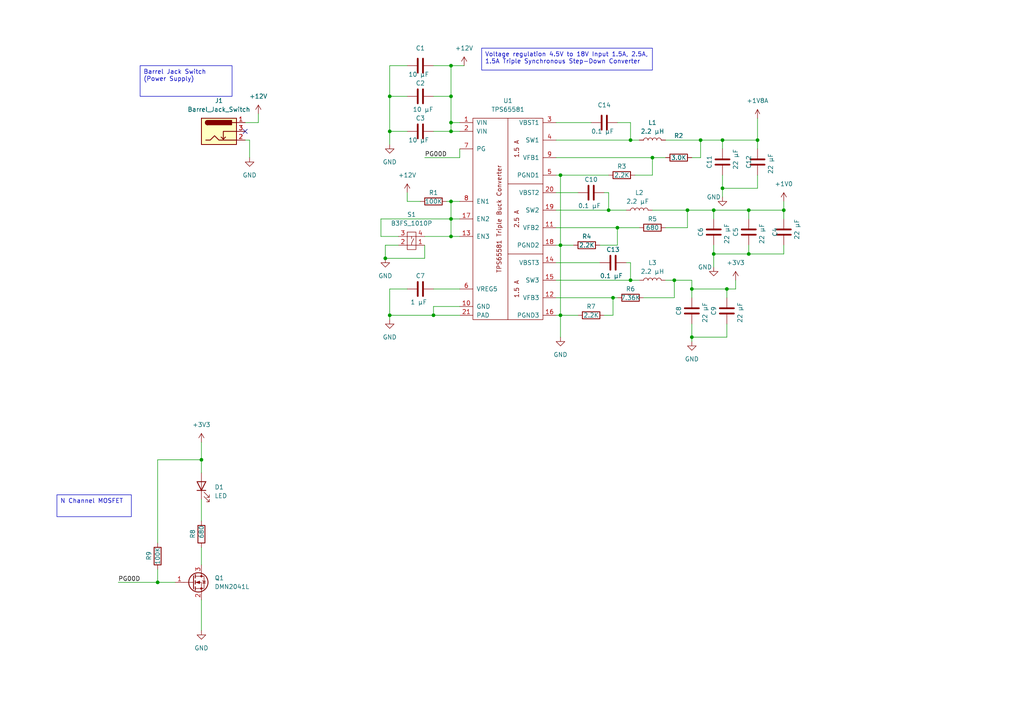
<source format=kicad_sch>
(kicad_sch (version 20230121) (generator eeschema)
  (paper "A4")
  (title_block (title "Power Supply Schematic"))
  (lib_symbols
    (symbol "Connector:Barrel_Jack_Switch" (pin_names hide)
      (property "Reference" "J" (at 0 5.334 0))
      (property "Value" "Barrel_Jack_Switch" (at 0 -5.08 0))
      (symbol "Barrel_Jack_Switch_0_1"
        (rectangle (start -5.08 3.81) (end 5.08 -3.81) (stroke (width 0.254)) (fill (type background)))
        (arc (start -3.302 3.175) (mid -3.9343 2.54) (end -3.302 1.905) (stroke (width 0.254)))
        (arc (start -3.302 3.175) (mid -3.9343 2.54) (end -3.302 1.905) (stroke (width 0.254)) (fill (type outline)))
        (polyline (pts (xy 1.27 -2.286) (xy 1.905 -1.651)) (stroke (width 0.254)))
        (polyline (pts (xy 5.08 2.54) (xy 3.81 2.54)) (stroke (width 0.254)))
        (polyline (pts (xy 5.08 0) (xy 1.27 0) (xy 1.27 -2.286) (xy 0.635 -1.651)) (stroke (width 0.254)))
        (polyline (pts (xy -3.81 -2.54) (xy -2.54 -2.54) (xy -1.27 -1.27) (xy 0 -2.54) (xy 2.54 -2.54) (xy 5.08 -2.54)) (stroke (width 0.254)))
        (rectangle (start 3.683 3.175) (end -3.302 1.905) (stroke (width 0.254)) (fill (type outline)))
      )
      (symbol "Barrel_Jack_Switch_1_1"
        (pin passive line (at 7.62 2.54 180) (length 2.54) (name "~") (number "1"))
        (pin passive line (at 7.62 -2.54 180) (length 2.54) (name "~") (number "2"))
        (pin passive line (at 7.62 0 180) (length 2.54) (name "~") (number "3"))
      )
    )
    (symbol "Device:C" (pin_numbers hide) (pin_names (offset 0.254))
      (property "Reference" "C" (at 0.635 2.54 0))
      (property "Value" "C" (at 0.635 -2.54 0))
      (symbol "C_0_1"
        (polyline (pts (xy -2.032 -0.762) (xy 2.032 -0.762)) (stroke (width 0.508)))
        (polyline (pts (xy -2.032 0.762) (xy 2.032 0.762)) (stroke (width 0.508)))
      )
      (symbol "C_1_1"
        (pin passive line (at 0 3.81 270) (length 2.794) (name "~") (number "1"))
        (pin passive line (at 0 -3.81 90) (length 2.794) (name "~") (number "2"))
      )
    )
    (symbol "Device:L" (pin_numbers hide) (pin_names (offset 1.016) hide)
      (property "Reference" "L" (at -1.27 0 90))
      (property "Value" "L" (at 1.905 0 90))
      (symbol "L_0_1"
        (arc (start 0 -2.54) (mid 0.6323 -1.905) (end 0 -1.27))
        (arc (start 0 -1.27) (mid 0.6323 -0.635) (end 0 0))
        (arc (start 0 0) (mid 0.6323 0.635) (end 0 1.27))
        (arc (start 0 1.27) (mid 0.6323 1.905) (end 0 2.54))
      )
      (symbol "L_1_1"
        (pin passive line (at 0 3.81 270) (length 1.27) (name "1") (number "1"))
        (pin passive line (at 0 -3.81 90) (length 1.27) (name "2") (number "2"))
      )
    )
    (symbol "Device:LED" (pin_numbers hide) (pin_names (offset 1.016) hide)
      (property "Reference" "D" (at 0 2.54 0))
      (property "Value" "LED" (at 0 -2.54 0))
      (symbol "LED_0_1"
        (polyline (pts (xy -1.27 -1.27) (xy -1.27 1.27)) (stroke (width 0.254)))
        (polyline (pts (xy -1.27 0) (xy 1.27 0)))
        (polyline (pts (xy 1.27 -1.27) (xy 1.27 1.27) (xy -1.27 0) (xy 1.27 -1.27)) (stroke (width 0.254)))
        (polyline (pts (xy -3.048 -0.762) (xy -4.572 -2.286) (xy -3.81 -2.286) (xy -4.572 -2.286) (xy -4.572 -1.524)))
        (polyline (pts (xy -1.778 -0.762) (xy -3.302 -2.286) (xy -2.54 -2.286) (xy -3.302 -2.286) (xy -3.302 -1.524)))
      )
      (symbol "LED_1_1"
        (pin passive line (at -3.81 0 0) (length 2.54) (name "K") (number "1"))
        (pin passive line (at 3.81 0 180) (length 2.54) (name "A") (number "2"))
      )
    )
    (symbol "Device:R" (pin_numbers hide) (pin_names (offset 0))
      (property "Reference" "R" (at 2.032 0 90))
      (property "Value" "R" (at 0 0 90))
      (symbol "R_0_1"
        (rectangle (start -1.016 -2.54) (end 1.016 2.54) (stroke (width 0.254)))
      )
      (symbol "R_1_1"
        (pin passive line (at 0 3.81 270) (length 1.27) (name "~") (number "1"))
        (pin passive line (at 0 -3.81 90) (length 1.27) (name "~") (number "2"))
      )
    )
    (symbol "FPGA_project_parts:+1V8A" (power) (pin_names (offset 0))
      (property "Value" "+1V8A" (at 0 3.175 0))
      (symbol "+1V8A_0_1"
        (polyline (pts (xy 0 2.54) (xy 0.635 1.27)))
        (polyline (pts (xy 0 0) (xy 0 2.54) (xy -0.635 1.27)))
      )
      (symbol "+1V8A_1_1"
        (pin power_in line (at 0 0 90) (length 0) hide (name "+1V8A") (number "1"))
      )
    )
    (symbol "FPGA_project_parts:B3FS_1010P" (pin_names (offset 1.016) hide)
      (property "Reference" "S" (at 0 3.81 0))
      (property "Value" "B3FS_1010P" (at 0 -3.81 0))
      (symbol "B3FS_1010P_0_1"
        (rectangle (start -1.27 2.54) (end 1.27 -2.54))
        (polyline (pts (xy -1.27 -1.27) (xy 1.27 -1.27)))
        (polyline (pts (xy -1.27 1.27) (xy 1.27 1.27)))
        (polyline (pts (xy 0 1.27) (xy 0 0.635)))
        (polyline (pts (xy 0 -1.27) (xy 0 -0.635) (xy 0.635 0.635)))
      )
      (symbol "B3FS_1010P_1_1"
        (pin input line (at 3.81 -1.27 180) (length 2.54) (name "1") (number "1"))
        (pin input line (at -3.81 -1.27 0) (length 2.54) (name "2") (number "2"))
        (pin input line (at -3.81 1.27 0) (length 2.54) (name "3") (number "3"))
        (pin input line (at 3.81 1.27 180) (length 2.54) (name "4") (number "4"))
      )
    )
    (symbol "FPGA_project_parts:TPS65581" (pin_names (offset 1.016))
      (property "Reference" "U" (at 0 30.48 0))
      (property "Value" "TPS65581" (at 0 -30.48 0))
      (symbol "TPS65581_0_0"
        (polyline (pts (xy 10.16 -10.16) (xy 0 -10.16)))
        (polyline (pts (xy 10.16 10.16) (xy 0 10.16)))
        (text "1.5 A" (at 2.54 -20.32 900) (effects (font (size 1.27 1.27))))
        (text "1.5 A" (at 2.54 20.32 900) (effects (font (size 1.27 1.27))))
        (text "2.5 A" (at 2.54 0 900) (effects (font (size 1.27 1.27))))
        (text "TPS65581 Triple Buck Converter" (at -2.54 0 900) (effects (font (size 1.27 1.27))))
      )
      (symbol "TPS65581_0_1"
        (rectangle (start -10.16 29.21) (end 10.16 -29.21))
        (polyline (pts (xy 0 29.21) (xy 0 -29.21)))
      )
      (symbol "TPS65581_1_1"
        (pin power_in line (at -13.97 27.94 0) (length 3.81) (name "VIN") (number "1"))
        (pin power_in line (at -13.97 -25.4 0) (length 3.81) (name "GND") (number "10"))
        (pin power_out line (at 13.97 -2.54 180) (length 3.81) (name "VFB2") (number "11"))
        (pin power_out line (at 13.97 -22.86 180) (length 3.81) (name "VFB3") (number "12"))
        (pin input line (at -13.97 -5.08 0) (length 3.81) (name "EN3") (number "13"))
        (pin power_out line (at 13.97 -12.7 180) (length 3.81) (name "VBST3") (number "14"))
        (pin power_out line (at 13.97 -17.78 180) (length 3.81) (name "SW3") (number "15"))
        (pin power_in line (at 13.97 -27.94 180) (length 3.81) (name "PGND3") (number "16"))
        (pin input line (at -13.97 0 0) (length 3.81) (name "EN2") (number "17"))
        (pin power_in line (at 13.97 -7.62 180) (length 3.81) (name "PGND2") (number "18"))
        (pin power_out line (at 13.97 2.54 180) (length 3.81) (name "SW2") (number "19"))
        (pin power_in line (at -13.97 25.4 0) (length 3.81) (name "VIN") (number "2"))
        (pin power_out line (at 13.97 7.62 180) (length 3.81) (name "VBST2") (number "20"))
        (pin power_in line (at -13.97 -27.94 0) (length 3.81) (name "PAD") (number "21"))
        (pin power_out line (at 13.97 27.94 180) (length 3.81) (name "VBST1") (number "3"))
        (pin power_out line (at 13.97 22.86 180) (length 3.81) (name "SW1") (number "4"))
        (pin power_in line (at 13.97 12.7 180) (length 3.81) (name "PGND1") (number "5"))
        (pin power_out line (at -13.97 -20.32 0) (length 3.81) (name "VREG5") (number "6"))
        (pin open_collector line (at -13.97 20.32 0) (length 3.81) (name "PG") (number "7"))
        (pin input line (at -13.97 5.08 0) (length 3.81) (name "EN1") (number "8"))
        (pin power_out line (at 13.97 17.78 180) (length 3.81) (name "VFB1") (number "9"))
      )
    )
    (symbol "Transistor_FET:DMN2041L" (pin_names hide)
      (property "Reference" "Q" (at 5.08 1.905 0))
      (property "Value" "DMN2041L" (at 5.08 0 0))
      (symbol "DMN2041L_0_1"
        (polyline (pts (xy 0.254 0) (xy -2.54 0)))
        (polyline (pts (xy 0.254 1.905) (xy 0.254 -1.905)) (stroke (width 0.254)))
        (polyline (pts (xy 0.762 -1.27) (xy 0.762 -2.286)) (stroke (width 0.254)))
        (polyline (pts (xy 0.762 0.508) (xy 0.762 -0.508)) (stroke (width 0.254)))
        (polyline (pts (xy 0.762 2.286) (xy 0.762 1.27)) (stroke (width 0.254)))
        (polyline (pts (xy 2.54 2.54) (xy 2.54 1.778)))
        (polyline (pts (xy 2.54 -2.54) (xy 2.54 0) (xy 0.762 0)))
        (polyline (pts (xy 0.762 -1.778) (xy 3.302 -1.778) (xy 3.302 1.778) (xy 0.762 1.778)))
        (polyline (pts (xy 1.016 0) (xy 2.032 0.381) (xy 2.032 -0.381) (xy 1.016 0)) (fill (type outline)))
        (polyline (pts (xy 2.794 0.508) (xy 2.921 0.381) (xy 3.683 0.381) (xy 3.81 0.254)))
        (polyline (pts (xy 3.302 0.381) (xy 2.921 -0.254) (xy 3.683 -0.254) (xy 3.302 0.381)))
        (circle (center 1.651 0) (radius 2.794) (stroke (width 0.254)))
        (circle (center 2.54 -1.778) (radius 0.254) (fill (type outline)))
        (circle (center 2.54 1.778) (radius 0.254) (fill (type outline)))
      )
      (symbol "DMN2041L_1_1"
        (pin input line (at -5.08 0 0) (length 2.54) (name "G") (number "1"))
        (pin passive line (at 2.54 -5.08 90) (length 2.54) (name "S") (number "2"))
        (pin passive line (at 2.54 5.08 270) (length 2.54) (name "D") (number "3"))
      )
    )
    (symbol "power:+12V" (power) (pin_names (offset 0))
      (property "Value" "+12V" (at 0 3.556 0))
      (symbol "+12V_0_1"
        (polyline (pts (xy -0.762 1.27) (xy 0 2.54)))
        (polyline (pts (xy 0 0) (xy 0 2.54)))
        (polyline (pts (xy 0 2.54) (xy 0.762 1.27)))
      )
      (symbol "+12V_1_1"
        (pin power_in line (at 0 0 90) (length 0) hide (name "+12V") (number "1"))
      )
    )
    (symbol "power:+1V0" (power) (pin_names (offset 0))
      (property "Value" "+1V0" (at 0 3.556 0))
      (symbol "+1V0_0_1"
        (polyline (pts (xy -0.762 1.27) (xy 0 2.54)))
        (polyline (pts (xy 0 0) (xy 0 2.54)))
        (polyline (pts (xy 0 2.54) (xy 0.762 1.27)))
      )
      (symbol "+1V0_1_1"
        (pin power_in line (at 0 0 90) (length 0) hide (name "+1V0") (number "1"))
      )
    )
    (symbol "power:+3V3" (power) (pin_names (offset 0))
      (property "Value" "+3V3" (at 0 3.556 0))
      (symbol "+3V3_0_1"
        (polyline (pts (xy -0.762 1.27) (xy 0 2.54)))
        (polyline (pts (xy 0 0) (xy 0 2.54)))
        (polyline (pts (xy 0 2.54) (xy 0.762 1.27)))
      )
      (symbol "+3V3_1_1"
        (pin power_in line (at 0 0 90) (length 0) hide (name "+3V3") (number "1"))
      )
    )
    (symbol "power:GND" (power) (pin_names (offset 0))
      (property "Value" "GND" (at 0 -3.81 0))
      (symbol "GND_0_1"
        (polyline (pts (xy 0 0) (xy 0 -1.27) (xy 1.27 -1.27) (xy 0 -2.54) (xy -1.27 -1.27) (xy 0 -1.27)))
      )
      (symbol "GND_1_1"
        (pin power_in line (at 0 0 270) (length 0) hide (name "GND") (number "1"))
      )
    )
  )
  (junction (at 195.58 81.28))
  (junction (at 130.81 27.94))
  (junction (at 130.81 35.56))
  (junction (at 227.33 60.96))
  (junction (at 203.2 40.64))
  (junction (at 162.56 91.44))
  (junction (at 130.81 38.1))
  (junction (at 177.8 86.36))
  (junction (at 162.56 71.12))
  (junction (at 176.53 60.96))
  (junction (at 113.03 38.1))
  (junction (at 111.76 74.93))
  (junction (at 217.17 60.96))
  (junction (at 58.42 133.35))
  (junction (at 182.88 81.28))
  (junction (at 125.73 91.44))
  (junction (at 200.66 83.82))
  (junction (at 130.81 58.42))
  (junction (at 209.55 40.64))
  (junction (at 113.03 91.44))
  (junction (at 209.55 54.61))
  (junction (at 45.72 168.91))
  (junction (at 219.71 40.64))
  (junction (at 130.81 63.5))
  (junction (at 217.17 73.66))
  (junction (at 113.03 27.94))
  (junction (at 130.81 19.05))
  (junction (at 207.01 60.96))
  (junction (at 162.56 50.8))
  (junction (at 199.39 60.96))
  (junction (at 130.81 68.58))
  (junction (at 189.23 45.72))
  (junction (at 200.66 97.79))
  (junction (at 207.01 73.66))
  (junction (at 182.88 40.64))
  (junction (at 210.82 83.82))
  (junction (at 179.07 66.04))
  (no_connect (at 71.12 38.1))
  (wire (pts (xy 200.66 81.28) (xy 200.66 83.82)))
  (wire (pts (xy 113.03 19.05) (xy 113.03 27.94)))
  (wire (pts (xy 209.55 40.64) (xy 203.2 40.64)))
  (wire (pts (xy 213.36 81.28) (xy 213.36 83.82)))
  (wire (pts (xy 113.03 91.44) (xy 113.03 92.71)))
  (wire (pts (xy 118.11 38.1) (xy 113.03 38.1)))
  (wire (pts (xy 45.72 133.35) (xy 58.42 133.35)))
  (wire (pts (xy 130.81 27.94) (xy 130.81 35.56)))
  (wire (pts (xy 209.55 54.61) (xy 209.55 57.15)))
  (wire (pts (xy 130.81 63.5) (xy 130.81 68.58)))
  (wire (pts (xy 162.56 71.12) (xy 162.56 91.44)))
  (wire (pts (xy 130.81 19.05) (xy 130.81 27.94)))
  (wire (pts (xy 193.04 66.04) (xy 199.39 66.04)))
  (wire (pts (xy 179.07 35.56) (xy 182.88 35.56)))
  (wire (pts (xy 45.72 168.91) (xy 50.8 168.91)))
  (wire (pts (xy 130.81 19.05) (xy 134.62 19.05)))
  (wire (pts (xy 184.15 50.8) (xy 189.23 50.8)))
  (wire (pts (xy 219.71 34.29) (xy 219.71 40.64)))
  (wire (pts (xy 45.72 165.1) (xy 45.72 168.91)))
  (wire (pts (xy 161.29 81.28) (xy 182.88 81.28)))
  (wire (pts (xy 217.17 73.66) (xy 227.33 73.66)))
  (wire (pts (xy 200.66 97.79) (xy 200.66 99.06)))
  (wire (pts (xy 182.88 35.56) (xy 182.88 40.64)))
  (wire (pts (xy 115.57 68.58) (xy 110.49 68.58)))
  (wire (pts (xy 219.71 40.64) (xy 209.55 40.64)))
  (wire (pts (xy 179.07 71.12) (xy 179.07 66.04)))
  (wire (pts (xy 161.29 50.8) (xy 162.56 50.8)))
  (wire (pts (xy 161.29 91.44) (xy 162.56 91.44)))
  (wire (pts (xy 45.72 157.48) (xy 45.72 133.35)))
  (wire (pts (xy 130.81 35.56) (xy 130.81 38.1)))
  (wire (pts (xy 219.71 54.61) (xy 209.55 54.61)))
  (wire (pts (xy 207.01 60.96) (xy 217.17 60.96)))
  (wire (pts (xy 207.01 73.66) (xy 217.17 73.66)))
  (wire (pts (xy 34.29 168.91) (xy 45.72 168.91)))
  (wire (pts (xy 203.2 45.72) (xy 203.2 40.64)))
  (wire (pts (xy 130.81 63.5) (xy 133.35 63.5)))
  (wire (pts (xy 130.81 35.56) (xy 133.35 35.56)))
  (wire (pts (xy 227.33 63.5) (xy 227.33 60.96)))
  (wire (pts (xy 113.03 83.82) (xy 113.03 91.44)))
  (wire (pts (xy 161.29 66.04) (xy 179.07 66.04)))
  (wire (pts (xy 189.23 60.96) (xy 199.39 60.96)))
  (wire (pts (xy 123.19 71.12) (xy 123.19 74.93)))
  (wire (pts (xy 209.55 50.8) (xy 209.55 54.61)))
  (wire (pts (xy 71.12 40.64) (xy 72.39 40.64)))
  (wire (pts (xy 161.29 60.96) (xy 176.53 60.96)))
  (wire (pts (xy 161.29 55.88) (xy 167.64 55.88)))
  (wire (pts (xy 118.11 58.42) (xy 118.11 55.88)))
  (wire (pts (xy 210.82 83.82) (xy 200.66 83.82)))
  (wire (pts (xy 161.29 71.12) (xy 162.56 71.12)))
  (wire (pts (xy 217.17 71.12) (xy 217.17 73.66)))
  (wire (pts (xy 58.42 128.27) (xy 58.42 133.35)))
  (wire (pts (xy 227.33 58.42) (xy 227.33 60.96)))
  (wire (pts (xy 217.17 60.96) (xy 227.33 60.96)))
  (wire (pts (xy 209.55 43.18) (xy 209.55 40.64)))
  (wire (pts (xy 74.93 35.56) (xy 74.93 33.02)))
  (wire (pts (xy 125.73 91.44) (xy 133.35 91.44)))
  (wire (pts (xy 175.26 91.44) (xy 177.8 91.44)))
  (wire (pts (xy 125.73 88.9) (xy 125.73 91.44)))
  (wire (pts (xy 161.29 86.36) (xy 177.8 86.36)))
  (wire (pts (xy 118.11 27.94) (xy 113.03 27.94)))
  (wire (pts (xy 110.49 63.5) (xy 130.81 63.5)))
  (wire (pts (xy 182.88 76.2) (xy 182.88 81.28)))
  (wire (pts (xy 121.92 58.42) (xy 118.11 58.42)))
  (wire (pts (xy 181.61 76.2) (xy 182.88 76.2)))
  (wire (pts (xy 123.19 68.58) (xy 130.81 68.58)))
  (wire (pts (xy 177.8 86.36) (xy 179.07 86.36)))
  (wire (pts (xy 217.17 63.5) (xy 217.17 60.96)))
  (wire (pts (xy 207.01 71.12) (xy 207.01 73.66)))
  (wire (pts (xy 130.81 68.58) (xy 133.35 68.58)))
  (wire (pts (xy 58.42 133.35) (xy 58.42 137.16)))
  (wire (pts (xy 207.01 73.66) (xy 207.01 77.47)))
  (wire (pts (xy 182.88 81.28) (xy 185.42 81.28)))
  (wire (pts (xy 161.29 35.56) (xy 171.45 35.56)))
  (wire (pts (xy 58.42 144.78) (xy 58.42 151.13)))
  (wire (pts (xy 125.73 27.94) (xy 130.81 27.94)))
  (wire (pts (xy 113.03 91.44) (xy 125.73 91.44)))
  (wire (pts (xy 130.81 38.1) (xy 133.35 38.1)))
  (wire (pts (xy 133.35 45.72) (xy 123.19 45.72)))
  (wire (pts (xy 161.29 45.72) (xy 189.23 45.72)))
  (wire (pts (xy 203.2 40.64) (xy 193.04 40.64)))
  (wire (pts (xy 219.71 50.8) (xy 219.71 54.61)))
  (wire (pts (xy 118.11 83.82) (xy 113.03 83.82)))
  (wire (pts (xy 207.01 60.96) (xy 207.01 63.5)))
  (wire (pts (xy 113.03 38.1) (xy 113.03 41.91)))
  (wire (pts (xy 129.54 58.42) (xy 130.81 58.42)))
  (wire (pts (xy 186.69 86.36) (xy 195.58 86.36)))
  (wire (pts (xy 115.57 71.12) (xy 111.76 71.12)))
  (wire (pts (xy 133.35 88.9) (xy 125.73 88.9)))
  (wire (pts (xy 200.66 45.72) (xy 203.2 45.72)))
  (wire (pts (xy 113.03 27.94) (xy 113.03 38.1)))
  (wire (pts (xy 125.73 83.82) (xy 133.35 83.82)))
  (wire (pts (xy 123.19 74.93) (xy 111.76 74.93)))
  (wire (pts (xy 118.11 19.05) (xy 113.03 19.05)))
  (wire (pts (xy 199.39 60.96) (xy 207.01 60.96)))
  (wire (pts (xy 130.81 58.42) (xy 130.81 63.5)))
  (wire (pts (xy 193.04 81.28) (xy 195.58 81.28)))
  (wire (pts (xy 72.39 40.64) (xy 72.39 45.72)))
  (wire (pts (xy 130.81 58.42) (xy 133.35 58.42)))
  (wire (pts (xy 110.49 68.58) (xy 110.49 63.5)))
  (wire (pts (xy 71.12 35.56) (xy 74.93 35.56)))
  (wire (pts (xy 210.82 97.79) (xy 200.66 97.79)))
  (wire (pts (xy 213.36 83.82) (xy 210.82 83.82)))
  (wire (pts (xy 200.66 93.98) (xy 200.66 97.79)))
  (wire (pts (xy 176.53 60.96) (xy 181.61 60.96)))
  (wire (pts (xy 182.88 40.64) (xy 185.42 40.64)))
  (wire (pts (xy 189.23 50.8) (xy 189.23 45.72)))
  (wire (pts (xy 195.58 81.28) (xy 200.66 81.28)))
  (wire (pts (xy 175.26 55.88) (xy 176.53 55.88)))
  (wire (pts (xy 200.66 83.82) (xy 200.66 86.36)))
  (wire (pts (xy 179.07 66.04) (xy 185.42 66.04)))
  (wire (pts (xy 58.42 158.75) (xy 58.42 163.83)))
  (wire (pts (xy 162.56 50.8) (xy 162.56 71.12)))
  (wire (pts (xy 162.56 50.8) (xy 176.53 50.8)))
  (wire (pts (xy 173.99 71.12) (xy 179.07 71.12)))
  (wire (pts (xy 219.71 40.64) (xy 219.71 43.18)))
  (wire (pts (xy 162.56 91.44) (xy 162.56 97.79)))
  (wire (pts (xy 161.29 40.64) (xy 182.88 40.64)))
  (wire (pts (xy 176.53 55.88) (xy 176.53 60.96)))
  (wire (pts (xy 195.58 86.36) (xy 195.58 81.28)))
  (wire (pts (xy 189.23 45.72) (xy 193.04 45.72)))
  (wire (pts (xy 125.73 19.05) (xy 130.81 19.05)))
  (wire (pts (xy 162.56 91.44) (xy 167.64 91.44)))
  (wire (pts (xy 210.82 93.98) (xy 210.82 97.79)))
  (wire (pts (xy 111.76 71.12) (xy 111.76 74.93)))
  (wire (pts (xy 199.39 66.04) (xy 199.39 60.96)))
  (wire (pts (xy 133.35 43.18) (xy 133.35 45.72)))
  (wire (pts (xy 227.33 71.12) (xy 227.33 73.66)))
  (wire (pts (xy 125.73 38.1) (xy 130.81 38.1)))
  (wire (pts (xy 210.82 86.36) (xy 210.82 83.82)))
  (wire (pts (xy 161.29 76.2) (xy 173.99 76.2)))
  (wire (pts (xy 58.42 173.99) (xy 58.42 182.88)))
  (wire (pts (xy 177.8 91.44) (xy 177.8 86.36)))
  (wire (pts (xy 162.56 71.12) (xy 166.37 71.12)))
  (text_box "N Channel MOSFET" (at 16.51 143.51 0) (size 21.59 6.35) (effects (font (size 1.27 1.27)) (justify left top)))
  (text_box "Barrel Jack Switch (Power Supply)" (at 40.64 19.05 0) (size 26.67 8.89) (effects (font (size 1.27 1.27)) (justify left top)))
  (text_box "Voltage regulation 4.5V to 18V Input 1.5A, 2.5A, 1.5A Triple Synchronous Step-Down Converter" (at 139.7 13.97 0) (size 49.53 6.35) (effects (font (size 1.27 1.27)) (justify left top)))
  (label "PG00D" (at 123.19 45.72 0))
  (label "PG00D" (at 34.29 168.91 0))
  (symbol (lib_id "Device:L") (at 185.42 60.96 90) (unit 1)
    (property "Reference" "L2" (at 185.42 55.88 90))
    (property "Value" "2.2 µF " (at 185.42 58.42 90))
    (property "Footprint" "Inductor_SMD:L_0402_1005Metric" (effects hide))
  )
  (symbol (lib_id "Device:LED") (at 58.42 140.97 90) (unit 1)
    (property "Reference" "D1" (at 62.23 141.2875 90) (effects (justify right)))
    (property "Value" "LED" (at 62.23 143.8275 90) (effects (justify right)))
    (property "Footprint" "LED_SMD:LED_0201_0603Metric" (effects hide))
  )
  (symbol (lib_id "Device:C") (at 227.33 67.31 180) (unit 1)
    (property "Reference" "C4" (at 224.79 67.31 90))
    (property "Value" "22 µF " (at 231.14 66.04 90))
    (property "Footprint" "Capacitor_SMD:C_0201_0603Metric" (effects hide))
  )
  (symbol (lib_id "FPGA_project_parts:+1V8A") (at 219.71 34.29 0) (unit 1)
    (property "Reference" "#PWR014" (effects hide))
    (property "Value" "+1V8A" (at 219.71 29.21 0))
  )
  (symbol (lib_id "power:+12V") (at 118.11 55.88 0) (unit 1)
    (property "Reference" "#PWR012" (effects hide))
    (property "Value" "+12V" (at 118.11 50.8 0))
  )
  (symbol (lib_id "Device:C") (at 171.45 55.88 270) (unit 1)
    (property "Reference" "C10" (at 171.45 52.07 90))
    (property "Value" "0.1 µF " (at 171.45 59.69 90))
    (property "Footprint" "Capacitor_SMD:C_0201_0603Metric" (effects hide))
  )
  (symbol (lib_id "Device:R") (at 58.42 154.94 0) (unit 1)
    (property "Reference" "R8" (at 55.88 156.21 90) (effects (justify left)))
    (property "Value" "680" (at 58.42 156.21 90) (effects (justify left)))
    (property "Footprint" "Resistor_SMD:R_0402_1005Metric" (effects hide))
  )
  (symbol (lib_id "Device:C") (at 177.8 76.2 270) (unit 1)
    (property "Reference" "C13" (at 177.8 72.39 90))
    (property "Value" "0.1 µF " (at 177.8 80.01 90))
    (property "Footprint" "Capacitor_SMD:C_0201_0603Metric" (effects hide))
  )
  (symbol (lib_id "Device:R") (at 125.73 58.42 270) (unit 1)
    (property "Reference" "R1" (at 125.73 55.88 90))
    (property "Value" "100K" (at 125.73 58.42 90))
    (property "Footprint" "Resistor_SMD:R_0402_1005Metric" (effects hide))
  )
  (symbol (lib_id "power:GND") (at 58.42 182.88 0) (unit 1)
    (property "Reference" "#PWR08" (effects hide))
    (property "Value" "GND" (at 58.42 187.96 0))
  )
  (symbol (lib_id "Device:R") (at 170.18 71.12 270) (unit 1)
    (property "Reference" "R4" (at 170.18 68.58 90))
    (property "Value" "2.2K" (at 170.18 71.12 90))
    (property "Footprint" "Resistor_SMD:R_0402_1005Metric" (effects hide))
  )
  (symbol (lib_id "Connector:Barrel_Jack_Switch") (at 63.5 38.1 0) (unit 1)
    (property "Reference" "J1" (at 63.5 29.21 0))
    (property "Value" "Barrel_Jack_Switch" (at 63.5 31.75 0))
    (property "Footprint" "Connector_BarrelJack:BarrelJack_CUI_PJ-036AH-SMT_Horizontal" (effects hide))
  )
  (symbol (lib_id "Device:C") (at 121.92 83.82 270) (unit 1)
    (property "Reference" "C7" (at 121.92 80.01 90))
    (property "Value" "1 µF " (at 121.92 87.63 90))
    (property "Footprint" "Capacitor_SMD:C_0201_0603Metric" (effects hide))
  )
  (symbol (lib_id "Device:C") (at 175.26 35.56 270) (unit 1)
    (property "Reference" "C14" (at 175.26 30.48 90))
    (property "Value" "0.1 µF " (at 175.26 38.1 90))
    (property "Footprint" "Capacitor_SMD:C_0201_0603Metric" (effects hide))
  )
  (symbol (lib_id "Device:L") (at 189.23 81.28 90) (unit 1)
    (property "Reference" "L3" (at 189.23 76.2 90))
    (property "Value" "2.2 µH" (at 189.23 78.74 90))
    (property "Footprint" "Inductor_SMD:L_0402_1005Metric" (effects hide))
  )
  (symbol (lib_id "Device:R") (at 196.85 45.72 270) (unit 1)
    (property "Reference" "R2" (at 196.85 39.37 90))
    (property "Value" "3.0K" (at 196.85 45.72 90))
    (property "Footprint" "Resistor_SMD:R_0402_1005Metric" (effects hide))
  )
  (symbol (lib_id "power:+3V3") (at 58.42 128.27 0) (unit 1)
    (property "Reference" "#PWR016" (effects hide))
    (property "Value" "+3V3" (at 58.42 123.19 0))
  )
  (symbol (lib_id "FPGA_project_parts:TPS65581") (at 147.32 63.5 0) (unit 1)
    (property "Reference" "U1" (at 147.32 29.21 0))
    (property "Value" "TPS65581" (at 147.32 31.75 0))
    (property "Footprint" "Package_SO:HTSSOP-20-1EP_4.4x6.5mm_P0.65mm_EP3.4x6.5mm_Mask2.75x3.43mm_ThermalVias" (effects hide))
  )
  (symbol (lib_id "power:+12V") (at 74.93 33.02 0) (unit 1)
    (property "Reference" "#PWR010" (effects hide))
    (property "Value" "+12V" (at 74.93 27.94 0))
  )
  (symbol (lib_id "power:GND") (at 200.66 99.06 0) (unit 1)
    (property "Reference" "#PWR04" (effects hide))
    (property "Value" "GND" (at 200.66 104.14 0))
  )
  (symbol (lib_id "Transistor_FET:DMN2041L") (at 55.88 168.91 0) (unit 1)
    (property "Reference" "Q1" (at 62.23 167.64 0) (effects (justify left)))
    (property "Value" "DMN2041L" (at 62.23 170.18 0) (effects (justify left)))
    (property "Footprint" "Package_TO_SOT_SMD:SOT-23" (effects hide))
    (property "Datasheet" "https://www.diodes.com/assets/Datasheets/products_inactive_data/DMN2041L.pdf" (effects hide))
  )
  (symbol (lib_id "Device:R") (at 171.45 91.44 270) (unit 1)
    (property "Reference" "R7" (at 171.45 88.9 90))
    (property "Value" "2.2K" (at 171.45 91.44 90))
    (property "Footprint" "Resistor_SMD:R_0402_1005Metric" (effects hide))
  )
  (symbol (lib_id "Device:R") (at 189.23 66.04 270) (unit 1)
    (property "Reference" "R5" (at 189.23 63.5 90))
    (property "Value" "680" (at 189.23 66.04 90))
    (property "Footprint" "Resistor_SMD:R_0402_1005Metric" (effects hide))
  )
  (symbol (lib_id "Device:C") (at 121.92 27.94 270) (unit 1)
    (property "Reference" "C2" (at 121.92 24.13 90))
    (property "Value" "10 µF " (at 123.19 31.75 90))
    (property "Footprint" "Capacitor_SMD:C_0201_0603Metric" (effects hide))
  )
  (symbol (lib_id "power:GND") (at 111.76 74.93 0) (unit 1)
    (property "Reference" "#PWR02" (effects hide))
    (property "Value" "GND" (at 111.76 80.01 0))
  )
  (symbol (lib_id "power:GND") (at 72.39 45.72 0) (unit 1)
    (property "Reference" "#PWR09" (effects hide))
    (property "Value" "GND" (at 72.39 50.8 0))
  )
  (symbol (lib_id "Device:C") (at 219.71 46.99 180) (unit 1)
    (property "Reference" "C12" (at 217.17 46.99 90))
    (property "Value" "22 µF " (at 223.52 46.99 90))
    (property "Footprint" "Capacitor_SMD:C_0201_0603Metric" (effects hide))
  )
  (symbol (lib_id "power:+12V") (at 134.62 19.05 0) (unit 1)
    (property "Reference" "#PWR011" (effects hide))
    (property "Value" "+12V" (at 134.62 13.97 0))
  )
  (symbol (lib_id "power:+3V3") (at 213.36 81.28 0) (unit 1)
    (property "Reference" "#PWR015" (effects hide))
    (property "Value" "+3V3" (at 213.36 76.2 0))
  )
  (symbol (lib_id "Device:C") (at 121.92 38.1 270) (unit 1)
    (property "Reference" "C3" (at 121.92 34.29 90))
    (property "Value" "10 µF " (at 121.92 40.64 90))
    (property "Footprint" "Capacitor_SMD:C_0201_0603Metric" (effects hide))
  )
  (symbol (lib_id "Device:C") (at 200.66 90.17 180) (unit 1)
    (property "Reference" "C8" (at 196.85 90.17 90))
    (property "Value" "22 µF " (at 204.47 90.17 90))
    (property "Footprint" "Capacitor_SMD:C_0201_0603Metric" (effects hide))
  )
  (symbol (lib_id "Device:C") (at 209.55 46.99 180) (unit 1)
    (property "Reference" "C11" (at 205.74 46.99 90))
    (property "Value" "22 µF " (at 213.36 45.72 90))
    (property "Footprint" "Capacitor_SMD:C_0201_0603Metric" (effects hide))
  )
  (symbol (lib_id "FPGA_project_parts:B3FS_1010P") (at 119.38 69.85 0) (unit 1)
    (property "Reference" "S1" (at 119.38 62.23 0))
    (property "Value" "B3FS_1010P" (at 119.38 64.77 0))
    (property "Footprint" "FPGA_project_parts:B3FS_1010P" (effects hide))
  )
  (symbol (lib_id "power:GND") (at 113.03 41.91 0) (unit 1)
    (property "Reference" "#PWR01" (effects hide))
    (property "Value" "GND" (at 113.03 46.99 0))
  )
  (symbol (lib_id "Device:C") (at 121.92 19.05 270) (unit 1)
    (property "Reference" "C1" (at 121.92 13.97 90))
    (property "Value" "10 µF " (at 121.92 21.59 90))
    (property "Footprint" "Capacitor_SMD:C_0201_0603Metric" (effects hide))
  )
  (symbol (lib_id "Device:C") (at 217.17 67.31 180) (unit 1)
    (property "Reference" "C5" (at 213.36 67.31 90))
    (property "Value" "22 µF " (at 220.98 67.31 90))
    (property "Footprint" "Capacitor_SMD:C_0201_0603Metric" (effects hide))
  )
  (symbol (lib_id "power:GND") (at 162.56 97.79 0) (unit 1)
    (property "Reference" "#PWR05" (effects hide))
    (property "Value" "GND" (at 162.56 102.87 0))
  )
  (symbol (lib_id "power:GND") (at 207.01 77.47 0) (unit 1)
    (property "Reference" "#PWR06" (effects hide))
    (property "Value" "GND" (at 204.47 77.47 0))
  )
  (symbol (lib_id "Device:C") (at 207.01 67.31 180) (unit 1)
    (property "Reference" "C6" (at 203.2 67.31 90))
    (property "Value" "22 µF " (at 210.82 67.31 90))
    (property "Footprint" "Capacitor_SMD:C_0201_0603Metric" (effects hide))
  )
  (symbol (lib_id "power:GND") (at 113.03 92.71 0) (unit 1)
    (property "Reference" "#PWR03" (effects hide))
    (property "Value" "GND" (at 113.03 97.79 0))
  )
  (symbol (lib_id "Device:R") (at 182.88 86.36 270) (unit 1)
    (property "Reference" "R6" (at 182.88 83.82 90))
    (property "Value" "7.36K" (at 182.88 86.36 90))
    (property "Footprint" "Resistor_SMD:R_0402_1005Metric" (effects hide))
  )
  (symbol (lib_id "power:GND") (at 209.55 57.15 0) (unit 1)
    (property "Reference" "#PWR07" (effects hide))
    (property "Value" "GND" (at 207.01 57.15 0))
  )
  (symbol (lib_id "Device:R") (at 45.72 161.29 0) (unit 1)
    (property "Reference" "R9" (at 43.18 162.56 90) (effects (justify left)))
    (property "Value" "100K" (at 45.72 163.83 90) (effects (justify left)))
    (property "Footprint" "Resistor_SMD:R_0402_1005Metric" (effects hide))
  )
  (symbol (lib_id "Device:R") (at 180.34 50.8 270) (unit 1)
    (property "Reference" "R3" (at 180.34 48.26 90))
    (property "Value" "2.2K" (at 180.34 50.8 90))
    (property "Footprint" "Resistor_SMD:R_0402_1005Metric" (effects hide))
  )
  (symbol (lib_id "power:+1V0") (at 227.33 58.42 0) (unit 1)
    (property "Reference" "#PWR013" (effects hide))
    (property "Value" "+1V0" (at 227.33 53.34 0))
  )
  (symbol (lib_id "Device:L") (at 189.23 40.64 90) (unit 1)
    (property "Reference" "L1" (at 189.23 35.56 90))
    (property "Value" "2.2 µH" (at 189.23 38.1 90))
    (property "Footprint" "Inductor_SMD:L_0402_1005Metric" (effects hide))
  )
  (symbol (lib_id "Device:C") (at 210.82 90.17 180) (unit 1)
    (property "Reference" "C9" (at 207.01 90.17 90))
    (property "Value" "22 µF " (at 214.63 90.17 90))
    (property "Footprint" "Capacitor_SMD:C_0201_0603Metric" (effects hide))
  )
)
</source>
